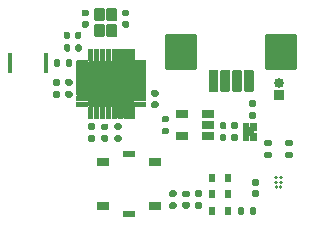
<source format=gts>
%TF.GenerationSoftware,KiCad,Pcbnew,(5.1.12)-1*%
%TF.CreationDate,2024-01-05T22:51:58+02:00*%
%TF.ProjectId,FlexBandage,466c6578-4261-46e6-9461-67652e6b6963,rev?*%
%TF.SameCoordinates,Original*%
%TF.FileFunction,Soldermask,Top*%
%TF.FilePolarity,Negative*%
%FSLAX46Y46*%
G04 Gerber Fmt 4.6, Leading zero omitted, Abs format (unit mm)*
G04 Created by KiCad (PCBNEW (5.1.12)-1) date 2024-01-05 22:51:58*
%MOMM*%
%LPD*%
G01*
G04 APERTURE LIST*
%ADD10C,0.001000*%
%ADD11C,0.175000*%
%ADD12O,0.850000X0.850000*%
%ADD13R,0.850000X0.850000*%
%ADD14R,1.000000X0.700000*%
%ADD15R,1.100000X0.550000*%
%ADD16R,1.060000X0.650000*%
%ADD17R,0.400000X1.800000*%
%ADD18R,0.600000X0.700000*%
G04 APERTURE END LIST*
D10*
%TO.C,U4*%
G36*
X139676380Y-117972280D02*
G01*
X140126380Y-117972280D01*
X140126380Y-118572280D01*
X139916380Y-118572280D01*
X139676380Y-118332280D01*
X139676380Y-117972280D01*
G37*
X139676380Y-117972280D02*
X140126380Y-117972280D01*
X140126380Y-118572280D01*
X139916380Y-118572280D01*
X139676380Y-118332280D01*
X139676380Y-117972280D01*
G36*
X139476380Y-117972280D02*
G01*
X139026380Y-117972280D01*
X139026380Y-118572280D01*
X139236380Y-118572280D01*
X139476380Y-118332280D01*
X139476380Y-117972280D01*
G37*
X139476380Y-117972280D02*
X139026380Y-117972280D01*
X139026380Y-118572280D01*
X139236380Y-118572280D01*
X139476380Y-118332280D01*
X139476380Y-117972280D01*
G36*
X139676380Y-119472280D02*
G01*
X140126380Y-119472280D01*
X140126380Y-118872280D01*
X139916380Y-118872280D01*
X139676380Y-119112280D01*
X139676380Y-119472280D01*
G37*
X139676380Y-119472280D02*
X140126380Y-119472280D01*
X140126380Y-118872280D01*
X139916380Y-118872280D01*
X139676380Y-119112280D01*
X139676380Y-119472280D01*
G36*
X139476380Y-119112280D02*
G01*
X139476380Y-119472280D01*
X139026380Y-119472280D01*
X139026380Y-118662280D01*
X139476380Y-119112280D01*
G37*
X139476380Y-119112280D02*
X139476380Y-119472280D01*
X139026380Y-119472280D01*
X139026380Y-118662280D01*
X139476380Y-119112280D01*
D11*
%TO.C,U3*%
X141948500Y-122609000D02*
G75*
G03*
X141948500Y-122609000I-87500J0D01*
G01*
X141948500Y-123409000D02*
G75*
G03*
X141948500Y-123409000I-87500J0D01*
G01*
X142348500Y-123409000D02*
G75*
G03*
X142348500Y-123409000I-87500J0D01*
G01*
X142348500Y-122609000D02*
G75*
G03*
X142348500Y-122609000I-87500J0D01*
G01*
X142348500Y-123009000D02*
G75*
G03*
X142348500Y-123009000I-87500J0D01*
G01*
X141948500Y-123009000D02*
G75*
G03*
X141948500Y-123009000I-87500J0D01*
G01*
%TD*%
D12*
%TO.C,BT1*%
X142070000Y-114620000D03*
D13*
X142070000Y-115620000D03*
%TD*%
%TO.C,U4*%
G36*
G01*
X139504255Y-119133816D02*
X139164844Y-118794405D01*
G75*
G02*
X139164844Y-118650155I72125J72125D01*
G01*
X139504255Y-118310744D01*
G75*
G02*
X139648505Y-118310744I72125J-72125D01*
G01*
X139987916Y-118650155D01*
G75*
G02*
X139987916Y-118794405I-72125J-72125D01*
G01*
X139648505Y-119133816D01*
G75*
G02*
X139504255Y-119133816I-72125J72125D01*
G01*
G37*
%TD*%
D14*
%TO.C,S1*%
X131634000Y-121300000D03*
X127234000Y-121300000D03*
X131634000Y-125000000D03*
X127234000Y-125000000D03*
D15*
X129434000Y-120625000D03*
X129434000Y-125675000D03*
%TD*%
%TO.C,Y1*%
G36*
G01*
X127570000Y-108293000D02*
X128320000Y-108293000D01*
G75*
G02*
X128422000Y-108395000I0J-102000D01*
G01*
X128422000Y-109245000D01*
G75*
G02*
X128320000Y-109347000I-102000J0D01*
G01*
X127570000Y-109347000D01*
G75*
G02*
X127468000Y-109245000I0J102000D01*
G01*
X127468000Y-108395000D01*
G75*
G02*
X127570000Y-108293000I102000J0D01*
G01*
G37*
G36*
G01*
X127570000Y-109643000D02*
X128320000Y-109643000D01*
G75*
G02*
X128422000Y-109745000I0J-102000D01*
G01*
X128422000Y-110595000D01*
G75*
G02*
X128320000Y-110697000I-102000J0D01*
G01*
X127570000Y-110697000D01*
G75*
G02*
X127468000Y-110595000I0J102000D01*
G01*
X127468000Y-109745000D01*
G75*
G02*
X127570000Y-109643000I102000J0D01*
G01*
G37*
G36*
G01*
X126520000Y-109643000D02*
X127270000Y-109643000D01*
G75*
G02*
X127372000Y-109745000I0J-102000D01*
G01*
X127372000Y-110595000D01*
G75*
G02*
X127270000Y-110697000I-102000J0D01*
G01*
X126520000Y-110697000D01*
G75*
G02*
X126418000Y-110595000I0J102000D01*
G01*
X126418000Y-109745000D01*
G75*
G02*
X126520000Y-109643000I102000J0D01*
G01*
G37*
G36*
G01*
X126520000Y-108293000D02*
X127270000Y-108293000D01*
G75*
G02*
X127372000Y-108395000I0J-102000D01*
G01*
X127372000Y-109245000D01*
G75*
G02*
X127270000Y-109347000I-102000J0D01*
G01*
X126520000Y-109347000D01*
G75*
G02*
X126418000Y-109245000I0J102000D01*
G01*
X126418000Y-108395000D01*
G75*
G02*
X126520000Y-108293000I102000J0D01*
G01*
G37*
%TD*%
D16*
%TO.C,U2*%
X133870000Y-119135000D03*
X133870000Y-117235000D03*
X136070000Y-117235000D03*
X136070000Y-118185000D03*
X136070000Y-119135000D03*
%TD*%
%TO.C,J1*%
G36*
G01*
X135152000Y-110580000D02*
X135152000Y-113380000D01*
G75*
G02*
X135050000Y-113482000I-102000J0D01*
G01*
X132550000Y-113482000D01*
G75*
G02*
X132448000Y-113380000I0J102000D01*
G01*
X132448000Y-110580000D01*
G75*
G02*
X132550000Y-110478000I102000J0D01*
G01*
X135050000Y-110478000D01*
G75*
G02*
X135152000Y-110580000I0J-102000D01*
G01*
G37*
G36*
G01*
X143652000Y-110580000D02*
X143652000Y-113380000D01*
G75*
G02*
X143550000Y-113482000I-102000J0D01*
G01*
X141050000Y-113482000D01*
G75*
G02*
X140948000Y-113380000I0J102000D01*
G01*
X140948000Y-110580000D01*
G75*
G02*
X141050000Y-110478000I102000J0D01*
G01*
X143550000Y-110478000D01*
G75*
G02*
X143652000Y-110580000I0J-102000D01*
G01*
G37*
G36*
G01*
X136952000Y-113580000D02*
X136952000Y-115280000D01*
G75*
G02*
X136850000Y-115382000I-102000J0D01*
G01*
X136250000Y-115382000D01*
G75*
G02*
X136148000Y-115280000I0J102000D01*
G01*
X136148000Y-113580000D01*
G75*
G02*
X136250000Y-113478000I102000J0D01*
G01*
X136850000Y-113478000D01*
G75*
G02*
X136952000Y-113580000I0J-102000D01*
G01*
G37*
G36*
G01*
X137952000Y-113580000D02*
X137952000Y-115280000D01*
G75*
G02*
X137850000Y-115382000I-102000J0D01*
G01*
X137250000Y-115382000D01*
G75*
G02*
X137148000Y-115280000I0J102000D01*
G01*
X137148000Y-113580000D01*
G75*
G02*
X137250000Y-113478000I102000J0D01*
G01*
X137850000Y-113478000D01*
G75*
G02*
X137952000Y-113580000I0J-102000D01*
G01*
G37*
G36*
G01*
X138952000Y-113580000D02*
X138952000Y-115280000D01*
G75*
G02*
X138850000Y-115382000I-102000J0D01*
G01*
X138250000Y-115382000D01*
G75*
G02*
X138148000Y-115280000I0J102000D01*
G01*
X138148000Y-113580000D01*
G75*
G02*
X138250000Y-113478000I102000J0D01*
G01*
X138850000Y-113478000D01*
G75*
G02*
X138952000Y-113580000I0J-102000D01*
G01*
G37*
G36*
G01*
X139952000Y-113580000D02*
X139952000Y-115280000D01*
G75*
G02*
X139850000Y-115382000I-102000J0D01*
G01*
X139250000Y-115382000D01*
G75*
G02*
X139148000Y-115280000I0J102000D01*
G01*
X139148000Y-113580000D01*
G75*
G02*
X139250000Y-113478000I102000J0D01*
G01*
X139850000Y-113478000D01*
G75*
G02*
X139952000Y-113580000I0J-102000D01*
G01*
G37*
%TD*%
D17*
%TO.C,ANT1*%
X119310000Y-112930000D03*
X122410000Y-112930000D03*
%TD*%
%TO.C,U1*%
G36*
G01*
X125958000Y-116534700D02*
X125958000Y-112834700D01*
G75*
G02*
X126060000Y-112732700I102000J0D01*
G01*
X129760000Y-112732700D01*
G75*
G02*
X129862000Y-112834700I0J-102000D01*
G01*
X129862000Y-116534700D01*
G75*
G02*
X129760000Y-116636700I-102000J0D01*
G01*
X126060000Y-116636700D01*
G75*
G02*
X125958000Y-116534700I0J102000D01*
G01*
G37*
G36*
G01*
X129853000Y-113157480D02*
X129853000Y-112711920D01*
G75*
G02*
X129867220Y-112697700I14220J0D01*
G01*
X130852780Y-112697700D01*
G75*
G02*
X130867000Y-112711920I0J-14220D01*
G01*
X130867000Y-113157480D01*
G75*
G02*
X130852780Y-113171700I-14220J0D01*
G01*
X129867220Y-113171700D01*
G75*
G02*
X129853000Y-113157480I0J14220D01*
G01*
G37*
G36*
G01*
X129853000Y-113657480D02*
X129853000Y-113211920D01*
G75*
G02*
X129867220Y-113197700I14220J0D01*
G01*
X130852780Y-113197700D01*
G75*
G02*
X130867000Y-113211920I0J-14220D01*
G01*
X130867000Y-113657480D01*
G75*
G02*
X130852780Y-113671700I-14220J0D01*
G01*
X129867220Y-113671700D01*
G75*
G02*
X129853000Y-113657480I0J14220D01*
G01*
G37*
G36*
G01*
X129853000Y-114157480D02*
X129853000Y-113711920D01*
G75*
G02*
X129867220Y-113697700I14220J0D01*
G01*
X130852780Y-113697700D01*
G75*
G02*
X130867000Y-113711920I0J-14220D01*
G01*
X130867000Y-114157480D01*
G75*
G02*
X130852780Y-114171700I-14220J0D01*
G01*
X129867220Y-114171700D01*
G75*
G02*
X129853000Y-114157480I0J14220D01*
G01*
G37*
G36*
G01*
X129853000Y-114657480D02*
X129853000Y-114211920D01*
G75*
G02*
X129867220Y-114197700I14220J0D01*
G01*
X130852780Y-114197700D01*
G75*
G02*
X130867000Y-114211920I0J-14220D01*
G01*
X130867000Y-114657480D01*
G75*
G02*
X130852780Y-114671700I-14220J0D01*
G01*
X129867220Y-114671700D01*
G75*
G02*
X129853000Y-114657480I0J14220D01*
G01*
G37*
G36*
G01*
X129853000Y-115157480D02*
X129853000Y-114711920D01*
G75*
G02*
X129867220Y-114697700I14220J0D01*
G01*
X130852780Y-114697700D01*
G75*
G02*
X130867000Y-114711920I0J-14220D01*
G01*
X130867000Y-115157480D01*
G75*
G02*
X130852780Y-115171700I-14220J0D01*
G01*
X129867220Y-115171700D01*
G75*
G02*
X129853000Y-115157480I0J14220D01*
G01*
G37*
G36*
G01*
X129853000Y-115657480D02*
X129853000Y-115211920D01*
G75*
G02*
X129867220Y-115197700I14220J0D01*
G01*
X130852780Y-115197700D01*
G75*
G02*
X130867000Y-115211920I0J-14220D01*
G01*
X130867000Y-115657480D01*
G75*
G02*
X130852780Y-115671700I-14220J0D01*
G01*
X129867220Y-115671700D01*
G75*
G02*
X129853000Y-115657480I0J14220D01*
G01*
G37*
G36*
G01*
X129853000Y-116157480D02*
X129853000Y-115711920D01*
G75*
G02*
X129867220Y-115697700I14220J0D01*
G01*
X130852780Y-115697700D01*
G75*
G02*
X130867000Y-115711920I0J-14220D01*
G01*
X130867000Y-116157480D01*
G75*
G02*
X130852780Y-116171700I-14220J0D01*
G01*
X129867220Y-116171700D01*
G75*
G02*
X129853000Y-116157480I0J14220D01*
G01*
G37*
G36*
G01*
X129853000Y-116657480D02*
X129853000Y-116211920D01*
G75*
G02*
X129867220Y-116197700I14220J0D01*
G01*
X130852780Y-116197700D01*
G75*
G02*
X130867000Y-116211920I0J-14220D01*
G01*
X130867000Y-116657480D01*
G75*
G02*
X130852780Y-116671700I-14220J0D01*
G01*
X129867220Y-116671700D01*
G75*
G02*
X129853000Y-116657480I0J14220D01*
G01*
G37*
G36*
G01*
X124953000Y-116657480D02*
X124953000Y-116211920D01*
G75*
G02*
X124967220Y-116197700I14220J0D01*
G01*
X125952780Y-116197700D01*
G75*
G02*
X125967000Y-116211920I0J-14220D01*
G01*
X125967000Y-116657480D01*
G75*
G02*
X125952780Y-116671700I-14220J0D01*
G01*
X124967220Y-116671700D01*
G75*
G02*
X124953000Y-116657480I0J14220D01*
G01*
G37*
G36*
G01*
X124953000Y-116157480D02*
X124953000Y-115711920D01*
G75*
G02*
X124967220Y-115697700I14220J0D01*
G01*
X125952780Y-115697700D01*
G75*
G02*
X125967000Y-115711920I0J-14220D01*
G01*
X125967000Y-116157480D01*
G75*
G02*
X125952780Y-116171700I-14220J0D01*
G01*
X124967220Y-116171700D01*
G75*
G02*
X124953000Y-116157480I0J14220D01*
G01*
G37*
G36*
G01*
X124953000Y-115657480D02*
X124953000Y-115211920D01*
G75*
G02*
X124967220Y-115197700I14220J0D01*
G01*
X125952780Y-115197700D01*
G75*
G02*
X125967000Y-115211920I0J-14220D01*
G01*
X125967000Y-115657480D01*
G75*
G02*
X125952780Y-115671700I-14220J0D01*
G01*
X124967220Y-115671700D01*
G75*
G02*
X124953000Y-115657480I0J14220D01*
G01*
G37*
G36*
G01*
X124953000Y-115157480D02*
X124953000Y-114711920D01*
G75*
G02*
X124967220Y-114697700I14220J0D01*
G01*
X125952780Y-114697700D01*
G75*
G02*
X125967000Y-114711920I0J-14220D01*
G01*
X125967000Y-115157480D01*
G75*
G02*
X125952780Y-115171700I-14220J0D01*
G01*
X124967220Y-115171700D01*
G75*
G02*
X124953000Y-115157480I0J14220D01*
G01*
G37*
G36*
G01*
X124953000Y-114657480D02*
X124953000Y-114211920D01*
G75*
G02*
X124967220Y-114197700I14220J0D01*
G01*
X125952780Y-114197700D01*
G75*
G02*
X125967000Y-114211920I0J-14220D01*
G01*
X125967000Y-114657480D01*
G75*
G02*
X125952780Y-114671700I-14220J0D01*
G01*
X124967220Y-114671700D01*
G75*
G02*
X124953000Y-114657480I0J14220D01*
G01*
G37*
G36*
G01*
X124953000Y-114157480D02*
X124953000Y-113711920D01*
G75*
G02*
X124967220Y-113697700I14220J0D01*
G01*
X125952780Y-113697700D01*
G75*
G02*
X125967000Y-113711920I0J-14220D01*
G01*
X125967000Y-114157480D01*
G75*
G02*
X125952780Y-114171700I-14220J0D01*
G01*
X124967220Y-114171700D01*
G75*
G02*
X124953000Y-114157480I0J14220D01*
G01*
G37*
G36*
G01*
X124953000Y-113657480D02*
X124953000Y-113211920D01*
G75*
G02*
X124967220Y-113197700I14220J0D01*
G01*
X125952780Y-113197700D01*
G75*
G02*
X125967000Y-113211920I0J-14220D01*
G01*
X125967000Y-113657480D01*
G75*
G02*
X125952780Y-113671700I-14220J0D01*
G01*
X124967220Y-113671700D01*
G75*
G02*
X124953000Y-113657480I0J14220D01*
G01*
G37*
G36*
G01*
X124953000Y-113157480D02*
X124953000Y-112711920D01*
G75*
G02*
X124967220Y-112697700I14220J0D01*
G01*
X125952780Y-112697700D01*
G75*
G02*
X125967000Y-112711920I0J-14220D01*
G01*
X125967000Y-113157480D01*
G75*
G02*
X125952780Y-113171700I-14220J0D01*
G01*
X124967220Y-113171700D01*
G75*
G02*
X124953000Y-113157480I0J14220D01*
G01*
G37*
G36*
G01*
X125923000Y-112694300D02*
X125923000Y-111775100D01*
G75*
G02*
X125970400Y-111727700I47400J0D01*
G01*
X126349600Y-111727700D01*
G75*
G02*
X126397000Y-111775100I0J-47400D01*
G01*
X126397000Y-112694300D01*
G75*
G02*
X126349600Y-112741700I-47400J0D01*
G01*
X125970400Y-112741700D01*
G75*
G02*
X125923000Y-112694300I0J47400D01*
G01*
G37*
G36*
G01*
X126423000Y-112694300D02*
X126423000Y-111775100D01*
G75*
G02*
X126470400Y-111727700I47400J0D01*
G01*
X126849600Y-111727700D01*
G75*
G02*
X126897000Y-111775100I0J-47400D01*
G01*
X126897000Y-112694300D01*
G75*
G02*
X126849600Y-112741700I-47400J0D01*
G01*
X126470400Y-112741700D01*
G75*
G02*
X126423000Y-112694300I0J47400D01*
G01*
G37*
G36*
G01*
X126923000Y-112694300D02*
X126923000Y-111775100D01*
G75*
G02*
X126970400Y-111727700I47400J0D01*
G01*
X127349600Y-111727700D01*
G75*
G02*
X127397000Y-111775100I0J-47400D01*
G01*
X127397000Y-112694300D01*
G75*
G02*
X127349600Y-112741700I-47400J0D01*
G01*
X126970400Y-112741700D01*
G75*
G02*
X126923000Y-112694300I0J47400D01*
G01*
G37*
G36*
G01*
X127423000Y-112694300D02*
X127423000Y-111775100D01*
G75*
G02*
X127470400Y-111727700I47400J0D01*
G01*
X127849600Y-111727700D01*
G75*
G02*
X127897000Y-111775100I0J-47400D01*
G01*
X127897000Y-112694300D01*
G75*
G02*
X127849600Y-112741700I-47400J0D01*
G01*
X127470400Y-112741700D01*
G75*
G02*
X127423000Y-112694300I0J47400D01*
G01*
G37*
G36*
G01*
X127923000Y-112694300D02*
X127923000Y-111775100D01*
G75*
G02*
X127970400Y-111727700I47400J0D01*
G01*
X128349600Y-111727700D01*
G75*
G02*
X128397000Y-111775100I0J-47400D01*
G01*
X128397000Y-112694300D01*
G75*
G02*
X128349600Y-112741700I-47400J0D01*
G01*
X127970400Y-112741700D01*
G75*
G02*
X127923000Y-112694300I0J47400D01*
G01*
G37*
G36*
G01*
X128423000Y-112694300D02*
X128423000Y-111775100D01*
G75*
G02*
X128470400Y-111727700I47400J0D01*
G01*
X128849600Y-111727700D01*
G75*
G02*
X128897000Y-111775100I0J-47400D01*
G01*
X128897000Y-112694300D01*
G75*
G02*
X128849600Y-112741700I-47400J0D01*
G01*
X128470400Y-112741700D01*
G75*
G02*
X128423000Y-112694300I0J47400D01*
G01*
G37*
G36*
G01*
X128923000Y-112694300D02*
X128923000Y-111775100D01*
G75*
G02*
X128970400Y-111727700I47400J0D01*
G01*
X129349600Y-111727700D01*
G75*
G02*
X129397000Y-111775100I0J-47400D01*
G01*
X129397000Y-112694300D01*
G75*
G02*
X129349600Y-112741700I-47400J0D01*
G01*
X128970400Y-112741700D01*
G75*
G02*
X128923000Y-112694300I0J47400D01*
G01*
G37*
G36*
G01*
X129423000Y-112694300D02*
X129423000Y-111775100D01*
G75*
G02*
X129470400Y-111727700I47400J0D01*
G01*
X129849600Y-111727700D01*
G75*
G02*
X129897000Y-111775100I0J-47400D01*
G01*
X129897000Y-112694300D01*
G75*
G02*
X129849600Y-112741700I-47400J0D01*
G01*
X129470400Y-112741700D01*
G75*
G02*
X129423000Y-112694300I0J47400D01*
G01*
G37*
G36*
G01*
X129423000Y-117594300D02*
X129423000Y-116675100D01*
G75*
G02*
X129470400Y-116627700I47400J0D01*
G01*
X129849600Y-116627700D01*
G75*
G02*
X129897000Y-116675100I0J-47400D01*
G01*
X129897000Y-117594300D01*
G75*
G02*
X129849600Y-117641700I-47400J0D01*
G01*
X129470400Y-117641700D01*
G75*
G02*
X129423000Y-117594300I0J47400D01*
G01*
G37*
G36*
G01*
X128923000Y-117594300D02*
X128923000Y-116675100D01*
G75*
G02*
X128970400Y-116627700I47400J0D01*
G01*
X129349600Y-116627700D01*
G75*
G02*
X129397000Y-116675100I0J-47400D01*
G01*
X129397000Y-117594300D01*
G75*
G02*
X129349600Y-117641700I-47400J0D01*
G01*
X128970400Y-117641700D01*
G75*
G02*
X128923000Y-117594300I0J47400D01*
G01*
G37*
G36*
G01*
X128423000Y-117594300D02*
X128423000Y-116675100D01*
G75*
G02*
X128470400Y-116627700I47400J0D01*
G01*
X128849600Y-116627700D01*
G75*
G02*
X128897000Y-116675100I0J-47400D01*
G01*
X128897000Y-117594300D01*
G75*
G02*
X128849600Y-117641700I-47400J0D01*
G01*
X128470400Y-117641700D01*
G75*
G02*
X128423000Y-117594300I0J47400D01*
G01*
G37*
G36*
G01*
X127923000Y-117594300D02*
X127923000Y-116675100D01*
G75*
G02*
X127970400Y-116627700I47400J0D01*
G01*
X128349600Y-116627700D01*
G75*
G02*
X128397000Y-116675100I0J-47400D01*
G01*
X128397000Y-117594300D01*
G75*
G02*
X128349600Y-117641700I-47400J0D01*
G01*
X127970400Y-117641700D01*
G75*
G02*
X127923000Y-117594300I0J47400D01*
G01*
G37*
G36*
G01*
X127423000Y-117594300D02*
X127423000Y-116675100D01*
G75*
G02*
X127470400Y-116627700I47400J0D01*
G01*
X127849600Y-116627700D01*
G75*
G02*
X127897000Y-116675100I0J-47400D01*
G01*
X127897000Y-117594300D01*
G75*
G02*
X127849600Y-117641700I-47400J0D01*
G01*
X127470400Y-117641700D01*
G75*
G02*
X127423000Y-117594300I0J47400D01*
G01*
G37*
G36*
G01*
X126923000Y-117594300D02*
X126923000Y-116675100D01*
G75*
G02*
X126970400Y-116627700I47400J0D01*
G01*
X127349600Y-116627700D01*
G75*
G02*
X127397000Y-116675100I0J-47400D01*
G01*
X127397000Y-117594300D01*
G75*
G02*
X127349600Y-117641700I-47400J0D01*
G01*
X126970400Y-117641700D01*
G75*
G02*
X126923000Y-117594300I0J47400D01*
G01*
G37*
G36*
G01*
X126423000Y-117594300D02*
X126423000Y-116675100D01*
G75*
G02*
X126470400Y-116627700I47400J0D01*
G01*
X126849600Y-116627700D01*
G75*
G02*
X126897000Y-116675100I0J-47400D01*
G01*
X126897000Y-117594300D01*
G75*
G02*
X126849600Y-117641700I-47400J0D01*
G01*
X126470400Y-117641700D01*
G75*
G02*
X126423000Y-117594300I0J47400D01*
G01*
G37*
G36*
G01*
X125923000Y-117594300D02*
X125923000Y-116675100D01*
G75*
G02*
X125970400Y-116627700I47400J0D01*
G01*
X126349600Y-116627700D01*
G75*
G02*
X126397000Y-116675100I0J-47400D01*
G01*
X126397000Y-117594300D01*
G75*
G02*
X126349600Y-117641700I-47400J0D01*
G01*
X125970400Y-117641700D01*
G75*
G02*
X125923000Y-117594300I0J47400D01*
G01*
G37*
%TD*%
%TO.C,R12*%
G36*
G01*
X142780000Y-120419700D02*
X143150000Y-120419700D01*
G75*
G02*
X143285000Y-120554700I0J-135000D01*
G01*
X143285000Y-120824700D01*
G75*
G02*
X143150000Y-120959700I-135000J0D01*
G01*
X142780000Y-120959700D01*
G75*
G02*
X142645000Y-120824700I0J135000D01*
G01*
X142645000Y-120554700D01*
G75*
G02*
X142780000Y-120419700I135000J0D01*
G01*
G37*
G36*
G01*
X142780000Y-119399700D02*
X143150000Y-119399700D01*
G75*
G02*
X143285000Y-119534700I0J-135000D01*
G01*
X143285000Y-119804700D01*
G75*
G02*
X143150000Y-119939700I-135000J0D01*
G01*
X142780000Y-119939700D01*
G75*
G02*
X142645000Y-119804700I0J135000D01*
G01*
X142645000Y-119534700D01*
G75*
G02*
X142780000Y-119399700I135000J0D01*
G01*
G37*
%TD*%
%TO.C,R11*%
G36*
G01*
X140039380Y-116600000D02*
X139669380Y-116600000D01*
G75*
G02*
X139534380Y-116465000I0J135000D01*
G01*
X139534380Y-116195000D01*
G75*
G02*
X139669380Y-116060000I135000J0D01*
G01*
X140039380Y-116060000D01*
G75*
G02*
X140174380Y-116195000I0J-135000D01*
G01*
X140174380Y-116465000D01*
G75*
G02*
X140039380Y-116600000I-135000J0D01*
G01*
G37*
G36*
G01*
X140039380Y-117620000D02*
X139669380Y-117620000D01*
G75*
G02*
X139534380Y-117485000I0J135000D01*
G01*
X139534380Y-117215000D01*
G75*
G02*
X139669380Y-117080000I135000J0D01*
G01*
X140039380Y-117080000D01*
G75*
G02*
X140174380Y-117215000I0J-135000D01*
G01*
X140174380Y-117485000D01*
G75*
G02*
X140039380Y-117620000I-135000J0D01*
G01*
G37*
%TD*%
%TO.C,R10*%
G36*
G01*
X140977000Y-120419700D02*
X141347000Y-120419700D01*
G75*
G02*
X141482000Y-120554700I0J-135000D01*
G01*
X141482000Y-120824700D01*
G75*
G02*
X141347000Y-120959700I-135000J0D01*
G01*
X140977000Y-120959700D01*
G75*
G02*
X140842000Y-120824700I0J135000D01*
G01*
X140842000Y-120554700D01*
G75*
G02*
X140977000Y-120419700I135000J0D01*
G01*
G37*
G36*
G01*
X140977000Y-119399700D02*
X141347000Y-119399700D01*
G75*
G02*
X141482000Y-119534700I0J-135000D01*
G01*
X141482000Y-119804700D01*
G75*
G02*
X141347000Y-119939700I-135000J0D01*
G01*
X140977000Y-119939700D01*
G75*
G02*
X140842000Y-119804700I0J135000D01*
G01*
X140842000Y-119534700D01*
G75*
G02*
X140977000Y-119399700I135000J0D01*
G01*
G37*
%TD*%
%TO.C,R9*%
G36*
G01*
X135111900Y-124720000D02*
X135481900Y-124720000D01*
G75*
G02*
X135616900Y-124855000I0J-135000D01*
G01*
X135616900Y-125125000D01*
G75*
G02*
X135481900Y-125260000I-135000J0D01*
G01*
X135111900Y-125260000D01*
G75*
G02*
X134976900Y-125125000I0J135000D01*
G01*
X134976900Y-124855000D01*
G75*
G02*
X135111900Y-124720000I135000J0D01*
G01*
G37*
G36*
G01*
X135111900Y-123700000D02*
X135481900Y-123700000D01*
G75*
G02*
X135616900Y-123835000I0J-135000D01*
G01*
X135616900Y-124105000D01*
G75*
G02*
X135481900Y-124240000I-135000J0D01*
G01*
X135111900Y-124240000D01*
G75*
G02*
X134976900Y-124105000I0J135000D01*
G01*
X134976900Y-123835000D01*
G75*
G02*
X135111900Y-123700000I135000J0D01*
G01*
G37*
%TD*%
%TO.C,R8*%
G36*
G01*
X126425000Y-118560000D02*
X126055000Y-118560000D01*
G75*
G02*
X125920000Y-118425000I0J135000D01*
G01*
X125920000Y-118155000D01*
G75*
G02*
X126055000Y-118020000I135000J0D01*
G01*
X126425000Y-118020000D01*
G75*
G02*
X126560000Y-118155000I0J-135000D01*
G01*
X126560000Y-118425000D01*
G75*
G02*
X126425000Y-118560000I-135000J0D01*
G01*
G37*
G36*
G01*
X126425000Y-119580000D02*
X126055000Y-119580000D01*
G75*
G02*
X125920000Y-119445000I0J135000D01*
G01*
X125920000Y-119175000D01*
G75*
G02*
X126055000Y-119040000I135000J0D01*
G01*
X126425000Y-119040000D01*
G75*
G02*
X126560000Y-119175000I0J-135000D01*
G01*
X126560000Y-119445000D01*
G75*
G02*
X126425000Y-119580000I-135000J0D01*
G01*
G37*
%TD*%
%TO.C,R7*%
G36*
G01*
X139624000Y-125635000D02*
X139624000Y-125265000D01*
G75*
G02*
X139759000Y-125130000I135000J0D01*
G01*
X140029000Y-125130000D01*
G75*
G02*
X140164000Y-125265000I0J-135000D01*
G01*
X140164000Y-125635000D01*
G75*
G02*
X140029000Y-125770000I-135000J0D01*
G01*
X139759000Y-125770000D01*
G75*
G02*
X139624000Y-125635000I0J135000D01*
G01*
G37*
G36*
G01*
X138604000Y-125635000D02*
X138604000Y-125265000D01*
G75*
G02*
X138739000Y-125130000I135000J0D01*
G01*
X139009000Y-125130000D01*
G75*
G02*
X139144000Y-125265000I0J-135000D01*
G01*
X139144000Y-125635000D01*
G75*
G02*
X139009000Y-125770000I-135000J0D01*
G01*
X138739000Y-125770000D01*
G75*
G02*
X138604000Y-125635000I0J135000D01*
G01*
G37*
%TD*%
%TO.C,R6*%
G36*
G01*
X132939000Y-124720000D02*
X133309000Y-124720000D01*
G75*
G02*
X133444000Y-124855000I0J-135000D01*
G01*
X133444000Y-125125000D01*
G75*
G02*
X133309000Y-125260000I-135000J0D01*
G01*
X132939000Y-125260000D01*
G75*
G02*
X132804000Y-125125000I0J135000D01*
G01*
X132804000Y-124855000D01*
G75*
G02*
X132939000Y-124720000I135000J0D01*
G01*
G37*
G36*
G01*
X132939000Y-123700000D02*
X133309000Y-123700000D01*
G75*
G02*
X133444000Y-123835000I0J-135000D01*
G01*
X133444000Y-124105000D01*
G75*
G02*
X133309000Y-124240000I-135000J0D01*
G01*
X132939000Y-124240000D01*
G75*
G02*
X132804000Y-124105000I0J135000D01*
G01*
X132804000Y-123835000D01*
G75*
G02*
X132939000Y-123700000I135000J0D01*
G01*
G37*
%TD*%
%TO.C,R5*%
G36*
G01*
X124135000Y-115299700D02*
X124505000Y-115299700D01*
G75*
G02*
X124640000Y-115434700I0J-135000D01*
G01*
X124640000Y-115704700D01*
G75*
G02*
X124505000Y-115839700I-135000J0D01*
G01*
X124135000Y-115839700D01*
G75*
G02*
X124000000Y-115704700I0J135000D01*
G01*
X124000000Y-115434700D01*
G75*
G02*
X124135000Y-115299700I135000J0D01*
G01*
G37*
G36*
G01*
X124135000Y-114279700D02*
X124505000Y-114279700D01*
G75*
G02*
X124640000Y-114414700I0J-135000D01*
G01*
X124640000Y-114684700D01*
G75*
G02*
X124505000Y-114819700I-135000J0D01*
G01*
X124135000Y-114819700D01*
G75*
G02*
X124000000Y-114684700I0J135000D01*
G01*
X124000000Y-114414700D01*
G75*
G02*
X124135000Y-114279700I135000J0D01*
G01*
G37*
%TD*%
%TO.C,R4*%
G36*
G01*
X128660000Y-118560000D02*
X128290000Y-118560000D01*
G75*
G02*
X128155000Y-118425000I0J135000D01*
G01*
X128155000Y-118155000D01*
G75*
G02*
X128290000Y-118020000I135000J0D01*
G01*
X128660000Y-118020000D01*
G75*
G02*
X128795000Y-118155000I0J-135000D01*
G01*
X128795000Y-118425000D01*
G75*
G02*
X128660000Y-118560000I-135000J0D01*
G01*
G37*
G36*
G01*
X128660000Y-119580000D02*
X128290000Y-119580000D01*
G75*
G02*
X128155000Y-119445000I0J135000D01*
G01*
X128155000Y-119175000D01*
G75*
G02*
X128290000Y-119040000I135000J0D01*
G01*
X128660000Y-119040000D01*
G75*
G02*
X128795000Y-119175000I0J-135000D01*
G01*
X128795000Y-119445000D01*
G75*
G02*
X128660000Y-119580000I-135000J0D01*
G01*
G37*
%TD*%
%TO.C,R3*%
G36*
G01*
X132665000Y-117945000D02*
X132295000Y-117945000D01*
G75*
G02*
X132160000Y-117810000I0J135000D01*
G01*
X132160000Y-117540000D01*
G75*
G02*
X132295000Y-117405000I135000J0D01*
G01*
X132665000Y-117405000D01*
G75*
G02*
X132800000Y-117540000I0J-135000D01*
G01*
X132800000Y-117810000D01*
G75*
G02*
X132665000Y-117945000I-135000J0D01*
G01*
G37*
G36*
G01*
X132665000Y-118965000D02*
X132295000Y-118965000D01*
G75*
G02*
X132160000Y-118830000I0J135000D01*
G01*
X132160000Y-118560000D01*
G75*
G02*
X132295000Y-118425000I135000J0D01*
G01*
X132665000Y-118425000D01*
G75*
G02*
X132800000Y-118560000I0J-135000D01*
G01*
X132800000Y-118830000D01*
G75*
G02*
X132665000Y-118965000I-135000J0D01*
G01*
G37*
%TD*%
%TO.C,R2*%
G36*
G01*
X124050000Y-113115000D02*
X124050000Y-112745000D01*
G75*
G02*
X124185000Y-112610000I135000J0D01*
G01*
X124455000Y-112610000D01*
G75*
G02*
X124590000Y-112745000I0J-135000D01*
G01*
X124590000Y-113115000D01*
G75*
G02*
X124455000Y-113250000I-135000J0D01*
G01*
X124185000Y-113250000D01*
G75*
G02*
X124050000Y-113115000I0J135000D01*
G01*
G37*
G36*
G01*
X123030000Y-113115000D02*
X123030000Y-112745000D01*
G75*
G02*
X123165000Y-112610000I135000J0D01*
G01*
X123435000Y-112610000D01*
G75*
G02*
X123570000Y-112745000I0J-135000D01*
G01*
X123570000Y-113115000D01*
G75*
G02*
X123435000Y-113250000I-135000J0D01*
G01*
X123165000Y-113250000D01*
G75*
G02*
X123030000Y-113115000I0J135000D01*
G01*
G37*
%TD*%
%TO.C,R1*%
G36*
G01*
X123065000Y-115299700D02*
X123435000Y-115299700D01*
G75*
G02*
X123570000Y-115434700I0J-135000D01*
G01*
X123570000Y-115704700D01*
G75*
G02*
X123435000Y-115839700I-135000J0D01*
G01*
X123065000Y-115839700D01*
G75*
G02*
X122930000Y-115704700I0J135000D01*
G01*
X122930000Y-115434700D01*
G75*
G02*
X123065000Y-115299700I135000J0D01*
G01*
G37*
G36*
G01*
X123065000Y-114279700D02*
X123435000Y-114279700D01*
G75*
G02*
X123570000Y-114414700I0J-135000D01*
G01*
X123570000Y-114684700D01*
G75*
G02*
X123435000Y-114819700I-135000J0D01*
G01*
X123065000Y-114819700D01*
G75*
G02*
X122930000Y-114684700I0J135000D01*
G01*
X122930000Y-114414700D01*
G75*
G02*
X123065000Y-114279700I135000J0D01*
G01*
G37*
%TD*%
D18*
%TO.C,D3*%
X137824000Y-122630000D03*
X136424000Y-122630000D03*
%TD*%
%TO.C,D2*%
X136424000Y-125450000D03*
X137824000Y-125450000D03*
%TD*%
%TO.C,D1*%
X137824000Y-124040000D03*
X136424000Y-124040000D03*
%TD*%
%TO.C,C10*%
G36*
G01*
X137646640Y-119052660D02*
X137646640Y-119392660D01*
G75*
G02*
X137506640Y-119532660I-140000J0D01*
G01*
X137226640Y-119532660D01*
G75*
G02*
X137086640Y-119392660I0J140000D01*
G01*
X137086640Y-119052660D01*
G75*
G02*
X137226640Y-118912660I140000J0D01*
G01*
X137506640Y-118912660D01*
G75*
G02*
X137646640Y-119052660I0J-140000D01*
G01*
G37*
G36*
G01*
X138606640Y-119052660D02*
X138606640Y-119392660D01*
G75*
G02*
X138466640Y-119532660I-140000J0D01*
G01*
X138186640Y-119532660D01*
G75*
G02*
X138046640Y-119392660I0J140000D01*
G01*
X138046640Y-119052660D01*
G75*
G02*
X138186640Y-118912660I140000J0D01*
G01*
X138466640Y-118912660D01*
G75*
G02*
X138606640Y-119052660I0J-140000D01*
G01*
G37*
%TD*%
%TO.C,C9*%
G36*
G01*
X140290000Y-123289000D02*
X139950000Y-123289000D01*
G75*
G02*
X139810000Y-123149000I0J140000D01*
G01*
X139810000Y-122869000D01*
G75*
G02*
X139950000Y-122729000I140000J0D01*
G01*
X140290000Y-122729000D01*
G75*
G02*
X140430000Y-122869000I0J-140000D01*
G01*
X140430000Y-123149000D01*
G75*
G02*
X140290000Y-123289000I-140000J0D01*
G01*
G37*
G36*
G01*
X140290000Y-124249000D02*
X139950000Y-124249000D01*
G75*
G02*
X139810000Y-124109000I0J140000D01*
G01*
X139810000Y-123829000D01*
G75*
G02*
X139950000Y-123689000I140000J0D01*
G01*
X140290000Y-123689000D01*
G75*
G02*
X140430000Y-123829000I0J-140000D01*
G01*
X140430000Y-124109000D01*
G75*
G02*
X140290000Y-124249000I-140000J0D01*
G01*
G37*
%TD*%
%TO.C,C8*%
G36*
G01*
X134402640Y-124280000D02*
X134062640Y-124280000D01*
G75*
G02*
X133922640Y-124140000I0J140000D01*
G01*
X133922640Y-123860000D01*
G75*
G02*
X134062640Y-123720000I140000J0D01*
G01*
X134402640Y-123720000D01*
G75*
G02*
X134542640Y-123860000I0J-140000D01*
G01*
X134542640Y-124140000D01*
G75*
G02*
X134402640Y-124280000I-140000J0D01*
G01*
G37*
G36*
G01*
X134402640Y-125240000D02*
X134062640Y-125240000D01*
G75*
G02*
X133922640Y-125100000I0J140000D01*
G01*
X133922640Y-124820000D01*
G75*
G02*
X134062640Y-124680000I140000J0D01*
G01*
X134402640Y-124680000D01*
G75*
G02*
X134542640Y-124820000I0J-140000D01*
G01*
X134542640Y-125100000D01*
G75*
G02*
X134402640Y-125240000I-140000J0D01*
G01*
G37*
%TD*%
%TO.C,C7*%
G36*
G01*
X138046640Y-118386820D02*
X138046640Y-118046820D01*
G75*
G02*
X138186640Y-117906820I140000J0D01*
G01*
X138466640Y-117906820D01*
G75*
G02*
X138606640Y-118046820I0J-140000D01*
G01*
X138606640Y-118386820D01*
G75*
G02*
X138466640Y-118526820I-140000J0D01*
G01*
X138186640Y-118526820D01*
G75*
G02*
X138046640Y-118386820I0J140000D01*
G01*
G37*
G36*
G01*
X137086640Y-118386820D02*
X137086640Y-118046820D01*
G75*
G02*
X137226640Y-117906820I140000J0D01*
G01*
X137506640Y-117906820D01*
G75*
G02*
X137646640Y-118046820I0J-140000D01*
G01*
X137646640Y-118386820D01*
G75*
G02*
X137506640Y-118526820I-140000J0D01*
G01*
X137226640Y-118526820D01*
G75*
G02*
X137086640Y-118386820I0J140000D01*
G01*
G37*
%TD*%
%TO.C,C6*%
G36*
G01*
X127505000Y-118600000D02*
X127165000Y-118600000D01*
G75*
G02*
X127025000Y-118460000I0J140000D01*
G01*
X127025000Y-118180000D01*
G75*
G02*
X127165000Y-118040000I140000J0D01*
G01*
X127505000Y-118040000D01*
G75*
G02*
X127645000Y-118180000I0J-140000D01*
G01*
X127645000Y-118460000D01*
G75*
G02*
X127505000Y-118600000I-140000J0D01*
G01*
G37*
G36*
G01*
X127505000Y-119560000D02*
X127165000Y-119560000D01*
G75*
G02*
X127025000Y-119420000I0J140000D01*
G01*
X127025000Y-119140000D01*
G75*
G02*
X127165000Y-119000000I140000J0D01*
G01*
X127505000Y-119000000D01*
G75*
G02*
X127645000Y-119140000I0J-140000D01*
G01*
X127645000Y-119420000D01*
G75*
G02*
X127505000Y-119560000I-140000J0D01*
G01*
G37*
%TD*%
%TO.C,C5*%
G36*
G01*
X128949040Y-109355000D02*
X129289040Y-109355000D01*
G75*
G02*
X129429040Y-109495000I0J-140000D01*
G01*
X129429040Y-109775000D01*
G75*
G02*
X129289040Y-109915000I-140000J0D01*
G01*
X128949040Y-109915000D01*
G75*
G02*
X128809040Y-109775000I0J140000D01*
G01*
X128809040Y-109495000D01*
G75*
G02*
X128949040Y-109355000I140000J0D01*
G01*
G37*
G36*
G01*
X128949040Y-108395000D02*
X129289040Y-108395000D01*
G75*
G02*
X129429040Y-108535000I0J-140000D01*
G01*
X129429040Y-108815000D01*
G75*
G02*
X129289040Y-108955000I-140000J0D01*
G01*
X128949040Y-108955000D01*
G75*
G02*
X128809040Y-108815000I0J140000D01*
G01*
X128809040Y-108535000D01*
G75*
G02*
X128949040Y-108395000I140000J0D01*
G01*
G37*
%TD*%
%TO.C,C4*%
G36*
G01*
X125525120Y-109355000D02*
X125865120Y-109355000D01*
G75*
G02*
X126005120Y-109495000I0J-140000D01*
G01*
X126005120Y-109775000D01*
G75*
G02*
X125865120Y-109915000I-140000J0D01*
G01*
X125525120Y-109915000D01*
G75*
G02*
X125385120Y-109775000I0J140000D01*
G01*
X125385120Y-109495000D01*
G75*
G02*
X125525120Y-109355000I140000J0D01*
G01*
G37*
G36*
G01*
X125525120Y-108395000D02*
X125865120Y-108395000D01*
G75*
G02*
X126005120Y-108535000I0J-140000D01*
G01*
X126005120Y-108815000D01*
G75*
G02*
X125865120Y-108955000I-140000J0D01*
G01*
X125525120Y-108955000D01*
G75*
G02*
X125385120Y-108815000I0J140000D01*
G01*
X125385120Y-108535000D01*
G75*
G02*
X125525120Y-108395000I140000J0D01*
G01*
G37*
%TD*%
%TO.C,C3*%
G36*
G01*
X124450000Y-111460010D02*
X124450000Y-111800010D01*
G75*
G02*
X124310000Y-111940010I-140000J0D01*
G01*
X124030000Y-111940010D01*
G75*
G02*
X123890000Y-111800010I0J140000D01*
G01*
X123890000Y-111460010D01*
G75*
G02*
X124030000Y-111320010I140000J0D01*
G01*
X124310000Y-111320010D01*
G75*
G02*
X124450000Y-111460010I0J-140000D01*
G01*
G37*
G36*
G01*
X125410000Y-111460010D02*
X125410000Y-111800010D01*
G75*
G02*
X125270000Y-111940010I-140000J0D01*
G01*
X124990000Y-111940010D01*
G75*
G02*
X124850000Y-111800010I0J140000D01*
G01*
X124850000Y-111460010D01*
G75*
G02*
X124990000Y-111320010I140000J0D01*
G01*
X125270000Y-111320010D01*
G75*
G02*
X125410000Y-111460010I0J-140000D01*
G01*
G37*
%TD*%
%TO.C,C2*%
G36*
G01*
X124420000Y-110400000D02*
X124420000Y-110740000D01*
G75*
G02*
X124280000Y-110880000I-140000J0D01*
G01*
X124000000Y-110880000D01*
G75*
G02*
X123860000Y-110740000I0J140000D01*
G01*
X123860000Y-110400000D01*
G75*
G02*
X124000000Y-110260000I140000J0D01*
G01*
X124280000Y-110260000D01*
G75*
G02*
X124420000Y-110400000I0J-140000D01*
G01*
G37*
G36*
G01*
X125380000Y-110400000D02*
X125380000Y-110740000D01*
G75*
G02*
X125240000Y-110880000I-140000J0D01*
G01*
X124960000Y-110880000D01*
G75*
G02*
X124820000Y-110740000I0J140000D01*
G01*
X124820000Y-110400000D01*
G75*
G02*
X124960000Y-110260000I140000J0D01*
G01*
X125240000Y-110260000D01*
G75*
G02*
X125380000Y-110400000I0J-140000D01*
G01*
G37*
%TD*%
%TO.C,C1*%
G36*
G01*
X131423000Y-116154700D02*
X131763000Y-116154700D01*
G75*
G02*
X131903000Y-116294700I0J-140000D01*
G01*
X131903000Y-116574700D01*
G75*
G02*
X131763000Y-116714700I-140000J0D01*
G01*
X131423000Y-116714700D01*
G75*
G02*
X131283000Y-116574700I0J140000D01*
G01*
X131283000Y-116294700D01*
G75*
G02*
X131423000Y-116154700I140000J0D01*
G01*
G37*
G36*
G01*
X131423000Y-115194700D02*
X131763000Y-115194700D01*
G75*
G02*
X131903000Y-115334700I0J-140000D01*
G01*
X131903000Y-115614700D01*
G75*
G02*
X131763000Y-115754700I-140000J0D01*
G01*
X131423000Y-115754700D01*
G75*
G02*
X131283000Y-115614700I0J140000D01*
G01*
X131283000Y-115334700D01*
G75*
G02*
X131423000Y-115194700I140000J0D01*
G01*
G37*
%TD*%
M02*

</source>
